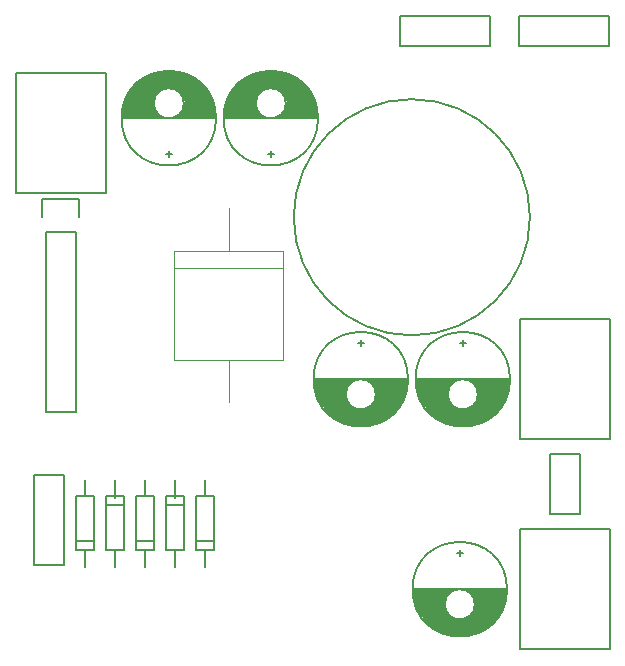
<source format=gbr>
G04 #@! TF.GenerationSoftware,KiCad,Pcbnew,(5.0.0)*
G04 #@! TF.CreationDate,2018-10-20T16:06:51+08:00*
G04 #@! TF.ProjectId,PSU 4CH V1,505355203443482056312E6B69636164,rev?*
G04 #@! TF.SameCoordinates,Original*
G04 #@! TF.FileFunction,Legend,Top*
G04 #@! TF.FilePolarity,Positive*
%FSLAX46Y46*%
G04 Gerber Fmt 4.6, Leading zero omitted, Abs format (unit mm)*
G04 Created by KiCad (PCBNEW (5.0.0)) date 10/20/18 16:06:51*
%MOMM*%
%LPD*%
G01*
G04 APERTURE LIST*
%ADD10C,0.150000*%
%ADD11C,0.120000*%
G04 APERTURE END LIST*
D10*
G04 #@! TO.C,C9*
X117792000Y-94742000D02*
G75*
G03X117792000Y-94742000I-4000000J0D01*
G01*
X114490500Y-90868500D02*
X113220500Y-90868500D01*
X114808000Y-90932000D02*
X114490500Y-90868500D01*
X112712500Y-90932000D02*
X114808000Y-90932000D01*
X112331500Y-91059000D02*
X112712500Y-90932000D01*
X115125500Y-91059000D02*
X112331500Y-91059000D01*
X115506500Y-91186000D02*
X115125500Y-91059000D01*
X112141000Y-91186000D02*
X115506500Y-91186000D01*
X111887000Y-91313000D02*
X112141000Y-91186000D01*
X115697000Y-91313000D02*
X111887000Y-91313000D01*
X115887500Y-91440000D02*
X115697000Y-91313000D01*
X111633000Y-91440000D02*
X115887500Y-91440000D01*
X111379000Y-91567000D02*
X111633000Y-91440000D01*
X116141500Y-91567000D02*
X111379000Y-91567000D01*
X116268500Y-91694000D02*
X116141500Y-91567000D01*
X111315500Y-91694000D02*
X116268500Y-91694000D01*
X111188500Y-91821000D02*
X111315500Y-91694000D01*
X116395500Y-91821000D02*
X111188500Y-91821000D01*
X116522500Y-91948000D02*
X116395500Y-91821000D01*
X110998000Y-91948000D02*
X116522500Y-91948000D01*
X110934500Y-92075000D02*
X110998000Y-91948000D01*
X116649500Y-92075000D02*
X110934500Y-92075000D01*
X116840000Y-92202000D02*
X116649500Y-92075000D01*
X110744000Y-92202000D02*
X116840000Y-92202000D01*
X110617000Y-92329000D02*
X110744000Y-92202000D01*
X117729000Y-94742000D02*
X117729000Y-94615000D01*
X109791500Y-94742000D02*
X117729000Y-94742000D01*
X115062000Y-93472000D02*
G75*
G03X115062000Y-93472000I-1270000J0D01*
G01*
X116014500Y-91567000D02*
X115951000Y-91503500D01*
X116649500Y-92075000D02*
X116522500Y-91948000D01*
X114998500Y-90995500D02*
X114808000Y-90995500D01*
X111823500Y-91376500D02*
X111760000Y-91567000D01*
X111887000Y-91249500D02*
X111823500Y-91376500D01*
X110807500Y-92202000D02*
X111188500Y-91821000D01*
X113157000Y-92329000D02*
X110680500Y-92329000D01*
X112966500Y-92456000D02*
X113157000Y-92329000D01*
X110553500Y-92456000D02*
X112966500Y-92456000D01*
X110490000Y-92583000D02*
X110553500Y-92456000D01*
X112839500Y-92583000D02*
X110490000Y-92583000D01*
X112776000Y-92710000D02*
X112839500Y-92583000D01*
X110363000Y-92710000D02*
X112776000Y-92710000D01*
X110299500Y-92837000D02*
X110363000Y-92710000D01*
X112649000Y-92837000D02*
X110299500Y-92837000D01*
X112585500Y-92964000D02*
X112649000Y-92837000D01*
X110236000Y-92964000D02*
X112585500Y-92964000D01*
X110172500Y-93091000D02*
X110236000Y-92964000D01*
X112522000Y-93091000D02*
X110172500Y-93091000D01*
X112522000Y-93218000D02*
X112522000Y-93091000D01*
X110109000Y-93218000D02*
X112522000Y-93218000D01*
X110045500Y-93345000D02*
X110109000Y-93218000D01*
X112522000Y-93345000D02*
X110045500Y-93345000D01*
X112522000Y-93472000D02*
X112522000Y-93345000D01*
X110045500Y-93472000D02*
X112522000Y-93472000D01*
X109982000Y-93599000D02*
X110045500Y-93472000D01*
X112522000Y-93599000D02*
X109982000Y-93599000D01*
X112522000Y-93726000D02*
X112522000Y-93599000D01*
X109982000Y-93726000D02*
X112522000Y-93726000D01*
X109982000Y-93853000D02*
X109982000Y-93726000D01*
X112522000Y-93853000D02*
X109982000Y-93853000D01*
X112585500Y-93980000D02*
X112522000Y-93853000D01*
X109918500Y-93980000D02*
X112585500Y-93980000D01*
X109855000Y-94107000D02*
X109918500Y-93980000D01*
X112585500Y-94107000D02*
X109855000Y-94107000D01*
X112712500Y-94234000D02*
X112585500Y-94107000D01*
X109918500Y-94234000D02*
X112712500Y-94234000D01*
X109855000Y-94361000D02*
X109918500Y-94234000D01*
X112839500Y-94361000D02*
X109855000Y-94361000D01*
X112966500Y-94488000D02*
X112839500Y-94361000D01*
X109855000Y-94488000D02*
X112966500Y-94488000D01*
X114427000Y-92329000D02*
X116903500Y-92329000D01*
X114617500Y-92456000D02*
X114427000Y-92329000D01*
X116967000Y-92456000D02*
X114617500Y-92456000D01*
X117157500Y-92583000D02*
X116967000Y-92456000D01*
X114744500Y-92583000D02*
X117157500Y-92583000D01*
X114808000Y-92710000D02*
X114744500Y-92583000D01*
X117157500Y-92710000D02*
X114808000Y-92710000D01*
X117284500Y-92837000D02*
X117157500Y-92710000D01*
X114935000Y-92837000D02*
X117284500Y-92837000D01*
X114998500Y-92964000D02*
X114935000Y-92837000D01*
X117284500Y-92964000D02*
X114998500Y-92964000D01*
X117411500Y-93091000D02*
X117284500Y-92964000D01*
X114998500Y-93091000D02*
X117411500Y-93091000D01*
X115062000Y-93218000D02*
X114998500Y-93091000D01*
X117411500Y-93218000D02*
X115062000Y-93218000D01*
X117475000Y-93345000D02*
X117411500Y-93218000D01*
X115125500Y-93345000D02*
X117475000Y-93345000D01*
X115125500Y-93472000D02*
X115125500Y-93345000D01*
X117538500Y-93472000D02*
X115125500Y-93472000D01*
X117602000Y-93599000D02*
X117538500Y-93472000D01*
X115062000Y-93599000D02*
X117602000Y-93599000D01*
X115062000Y-93726000D02*
X115062000Y-93599000D01*
X117602000Y-93726000D02*
X115062000Y-93726000D01*
X117602000Y-93853000D02*
X117602000Y-93726000D01*
X115062000Y-93853000D02*
X117602000Y-93853000D01*
X114998500Y-93980000D02*
X115062000Y-93853000D01*
X117665500Y-93980000D02*
X114998500Y-93980000D01*
X117729000Y-94107000D02*
X117665500Y-93980000D01*
X114935000Y-94107000D02*
X117729000Y-94107000D01*
X114871500Y-94234000D02*
X114935000Y-94107000D01*
X117729000Y-94234000D02*
X114871500Y-94234000D01*
X117729000Y-94361000D02*
X117729000Y-94234000D01*
X114744500Y-94361000D02*
X117729000Y-94361000D01*
X114617500Y-94488000D02*
X114744500Y-94361000D01*
X117729000Y-94488000D02*
X114617500Y-94488000D01*
X117729000Y-94615000D02*
X114427000Y-94615000D01*
X113093500Y-94615000D02*
X109918500Y-94615000D01*
X113220500Y-94742000D02*
X113093500Y-94615000D01*
X113792000Y-97536000D02*
X113792000Y-98044000D01*
X113538000Y-97790000D02*
X114046000Y-97790000D01*
G04 #@! TO.C,C10*
X122174000Y-97790000D02*
X122682000Y-97790000D01*
X122428000Y-97536000D02*
X122428000Y-98044000D01*
X121856500Y-94742000D02*
X121729500Y-94615000D01*
X121729500Y-94615000D02*
X118554500Y-94615000D01*
X126365000Y-94615000D02*
X123063000Y-94615000D01*
X126365000Y-94488000D02*
X123253500Y-94488000D01*
X123253500Y-94488000D02*
X123380500Y-94361000D01*
X123380500Y-94361000D02*
X126365000Y-94361000D01*
X126365000Y-94361000D02*
X126365000Y-94234000D01*
X126365000Y-94234000D02*
X123507500Y-94234000D01*
X123507500Y-94234000D02*
X123571000Y-94107000D01*
X123571000Y-94107000D02*
X126365000Y-94107000D01*
X126365000Y-94107000D02*
X126301500Y-93980000D01*
X126301500Y-93980000D02*
X123634500Y-93980000D01*
X123634500Y-93980000D02*
X123698000Y-93853000D01*
X123698000Y-93853000D02*
X126238000Y-93853000D01*
X126238000Y-93853000D02*
X126238000Y-93726000D01*
X126238000Y-93726000D02*
X123698000Y-93726000D01*
X123698000Y-93726000D02*
X123698000Y-93599000D01*
X123698000Y-93599000D02*
X126238000Y-93599000D01*
X126238000Y-93599000D02*
X126174500Y-93472000D01*
X126174500Y-93472000D02*
X123761500Y-93472000D01*
X123761500Y-93472000D02*
X123761500Y-93345000D01*
X123761500Y-93345000D02*
X126111000Y-93345000D01*
X126111000Y-93345000D02*
X126047500Y-93218000D01*
X126047500Y-93218000D02*
X123698000Y-93218000D01*
X123698000Y-93218000D02*
X123634500Y-93091000D01*
X123634500Y-93091000D02*
X126047500Y-93091000D01*
X126047500Y-93091000D02*
X125920500Y-92964000D01*
X125920500Y-92964000D02*
X123634500Y-92964000D01*
X123634500Y-92964000D02*
X123571000Y-92837000D01*
X123571000Y-92837000D02*
X125920500Y-92837000D01*
X125920500Y-92837000D02*
X125793500Y-92710000D01*
X125793500Y-92710000D02*
X123444000Y-92710000D01*
X123444000Y-92710000D02*
X123380500Y-92583000D01*
X123380500Y-92583000D02*
X125793500Y-92583000D01*
X125793500Y-92583000D02*
X125603000Y-92456000D01*
X125603000Y-92456000D02*
X123253500Y-92456000D01*
X123253500Y-92456000D02*
X123063000Y-92329000D01*
X123063000Y-92329000D02*
X125539500Y-92329000D01*
X118491000Y-94488000D02*
X121602500Y-94488000D01*
X121602500Y-94488000D02*
X121475500Y-94361000D01*
X121475500Y-94361000D02*
X118491000Y-94361000D01*
X118491000Y-94361000D02*
X118554500Y-94234000D01*
X118554500Y-94234000D02*
X121348500Y-94234000D01*
X121348500Y-94234000D02*
X121221500Y-94107000D01*
X121221500Y-94107000D02*
X118491000Y-94107000D01*
X118491000Y-94107000D02*
X118554500Y-93980000D01*
X118554500Y-93980000D02*
X121221500Y-93980000D01*
X121221500Y-93980000D02*
X121158000Y-93853000D01*
X121158000Y-93853000D02*
X118618000Y-93853000D01*
X118618000Y-93853000D02*
X118618000Y-93726000D01*
X118618000Y-93726000D02*
X121158000Y-93726000D01*
X121158000Y-93726000D02*
X121158000Y-93599000D01*
X121158000Y-93599000D02*
X118618000Y-93599000D01*
X118618000Y-93599000D02*
X118681500Y-93472000D01*
X118681500Y-93472000D02*
X121158000Y-93472000D01*
X121158000Y-93472000D02*
X121158000Y-93345000D01*
X121158000Y-93345000D02*
X118681500Y-93345000D01*
X118681500Y-93345000D02*
X118745000Y-93218000D01*
X118745000Y-93218000D02*
X121158000Y-93218000D01*
X121158000Y-93218000D02*
X121158000Y-93091000D01*
X121158000Y-93091000D02*
X118808500Y-93091000D01*
X118808500Y-93091000D02*
X118872000Y-92964000D01*
X118872000Y-92964000D02*
X121221500Y-92964000D01*
X121221500Y-92964000D02*
X121285000Y-92837000D01*
X121285000Y-92837000D02*
X118935500Y-92837000D01*
X118935500Y-92837000D02*
X118999000Y-92710000D01*
X118999000Y-92710000D02*
X121412000Y-92710000D01*
X121412000Y-92710000D02*
X121475500Y-92583000D01*
X121475500Y-92583000D02*
X119126000Y-92583000D01*
X119126000Y-92583000D02*
X119189500Y-92456000D01*
X119189500Y-92456000D02*
X121602500Y-92456000D01*
X121602500Y-92456000D02*
X121793000Y-92329000D01*
X121793000Y-92329000D02*
X119316500Y-92329000D01*
X119443500Y-92202000D02*
X119824500Y-91821000D01*
X120523000Y-91249500D02*
X120459500Y-91376500D01*
X120459500Y-91376500D02*
X120396000Y-91567000D01*
X123634500Y-90995500D02*
X123444000Y-90995500D01*
X125285500Y-92075000D02*
X125158500Y-91948000D01*
X124650500Y-91567000D02*
X124587000Y-91503500D01*
X123698000Y-93472000D02*
G75*
G03X123698000Y-93472000I-1270000J0D01*
G01*
X118427500Y-94742000D02*
X126365000Y-94742000D01*
X126365000Y-94742000D02*
X126365000Y-94615000D01*
X119253000Y-92329000D02*
X119380000Y-92202000D01*
X119380000Y-92202000D02*
X125476000Y-92202000D01*
X125476000Y-92202000D02*
X125285500Y-92075000D01*
X125285500Y-92075000D02*
X119570500Y-92075000D01*
X119570500Y-92075000D02*
X119634000Y-91948000D01*
X119634000Y-91948000D02*
X125158500Y-91948000D01*
X125158500Y-91948000D02*
X125031500Y-91821000D01*
X125031500Y-91821000D02*
X119824500Y-91821000D01*
X119824500Y-91821000D02*
X119951500Y-91694000D01*
X119951500Y-91694000D02*
X124904500Y-91694000D01*
X124904500Y-91694000D02*
X124777500Y-91567000D01*
X124777500Y-91567000D02*
X120015000Y-91567000D01*
X120015000Y-91567000D02*
X120269000Y-91440000D01*
X120269000Y-91440000D02*
X124523500Y-91440000D01*
X124523500Y-91440000D02*
X124333000Y-91313000D01*
X124333000Y-91313000D02*
X120523000Y-91313000D01*
X120523000Y-91313000D02*
X120777000Y-91186000D01*
X120777000Y-91186000D02*
X124142500Y-91186000D01*
X124142500Y-91186000D02*
X123761500Y-91059000D01*
X123761500Y-91059000D02*
X120967500Y-91059000D01*
X120967500Y-91059000D02*
X121348500Y-90932000D01*
X121348500Y-90932000D02*
X123444000Y-90932000D01*
X123444000Y-90932000D02*
X123126500Y-90868500D01*
X123126500Y-90868500D02*
X121856500Y-90868500D01*
X126428000Y-94742000D02*
G75*
G03X126428000Y-94742000I-4000000J0D01*
G01*
G04 #@! TO.C,C12*
X142684000Y-116840000D02*
G75*
G03X142684000Y-116840000I-4000000J0D01*
G01*
X137985500Y-120713500D02*
X139255500Y-120713500D01*
X137668000Y-120650000D02*
X137985500Y-120713500D01*
X139763500Y-120650000D02*
X137668000Y-120650000D01*
X140144500Y-120523000D02*
X139763500Y-120650000D01*
X137350500Y-120523000D02*
X140144500Y-120523000D01*
X136969500Y-120396000D02*
X137350500Y-120523000D01*
X140335000Y-120396000D02*
X136969500Y-120396000D01*
X140589000Y-120269000D02*
X140335000Y-120396000D01*
X136779000Y-120269000D02*
X140589000Y-120269000D01*
X136588500Y-120142000D02*
X136779000Y-120269000D01*
X140843000Y-120142000D02*
X136588500Y-120142000D01*
X141097000Y-120015000D02*
X140843000Y-120142000D01*
X136334500Y-120015000D02*
X141097000Y-120015000D01*
X136207500Y-119888000D02*
X136334500Y-120015000D01*
X141160500Y-119888000D02*
X136207500Y-119888000D01*
X141287500Y-119761000D02*
X141160500Y-119888000D01*
X136080500Y-119761000D02*
X141287500Y-119761000D01*
X135953500Y-119634000D02*
X136080500Y-119761000D01*
X141478000Y-119634000D02*
X135953500Y-119634000D01*
X141541500Y-119507000D02*
X141478000Y-119634000D01*
X135826500Y-119507000D02*
X141541500Y-119507000D01*
X135636000Y-119380000D02*
X135826500Y-119507000D01*
X141732000Y-119380000D02*
X135636000Y-119380000D01*
X141859000Y-119253000D02*
X141732000Y-119380000D01*
X134747000Y-116840000D02*
X134747000Y-116967000D01*
X142684500Y-116840000D02*
X134747000Y-116840000D01*
X139954000Y-118110000D02*
G75*
G03X139954000Y-118110000I-1270000J0D01*
G01*
X136461500Y-120015000D02*
X136525000Y-120078500D01*
X135826500Y-119507000D02*
X135953500Y-119634000D01*
X137477500Y-120586500D02*
X137668000Y-120586500D01*
X140652500Y-120205500D02*
X140716000Y-120015000D01*
X140589000Y-120332500D02*
X140652500Y-120205500D01*
X141668500Y-119380000D02*
X141287500Y-119761000D01*
X139319000Y-119253000D02*
X141795500Y-119253000D01*
X139509500Y-119126000D02*
X139319000Y-119253000D01*
X141922500Y-119126000D02*
X139509500Y-119126000D01*
X141986000Y-118999000D02*
X141922500Y-119126000D01*
X139636500Y-118999000D02*
X141986000Y-118999000D01*
X139700000Y-118872000D02*
X139636500Y-118999000D01*
X142113000Y-118872000D02*
X139700000Y-118872000D01*
X142176500Y-118745000D02*
X142113000Y-118872000D01*
X139827000Y-118745000D02*
X142176500Y-118745000D01*
X139890500Y-118618000D02*
X139827000Y-118745000D01*
X142240000Y-118618000D02*
X139890500Y-118618000D01*
X142303500Y-118491000D02*
X142240000Y-118618000D01*
X139954000Y-118491000D02*
X142303500Y-118491000D01*
X139954000Y-118364000D02*
X139954000Y-118491000D01*
X142367000Y-118364000D02*
X139954000Y-118364000D01*
X142430500Y-118237000D02*
X142367000Y-118364000D01*
X139954000Y-118237000D02*
X142430500Y-118237000D01*
X139954000Y-118110000D02*
X139954000Y-118237000D01*
X142430500Y-118110000D02*
X139954000Y-118110000D01*
X142494000Y-117983000D02*
X142430500Y-118110000D01*
X139954000Y-117983000D02*
X142494000Y-117983000D01*
X139954000Y-117856000D02*
X139954000Y-117983000D01*
X142494000Y-117856000D02*
X139954000Y-117856000D01*
X142494000Y-117729000D02*
X142494000Y-117856000D01*
X139954000Y-117729000D02*
X142494000Y-117729000D01*
X139890500Y-117602000D02*
X139954000Y-117729000D01*
X142557500Y-117602000D02*
X139890500Y-117602000D01*
X142621000Y-117475000D02*
X142557500Y-117602000D01*
X139890500Y-117475000D02*
X142621000Y-117475000D01*
X139763500Y-117348000D02*
X139890500Y-117475000D01*
X142557500Y-117348000D02*
X139763500Y-117348000D01*
X142621000Y-117221000D02*
X142557500Y-117348000D01*
X139636500Y-117221000D02*
X142621000Y-117221000D01*
X139509500Y-117094000D02*
X139636500Y-117221000D01*
X142621000Y-117094000D02*
X139509500Y-117094000D01*
X138049000Y-119253000D02*
X135572500Y-119253000D01*
X137858500Y-119126000D02*
X138049000Y-119253000D01*
X135509000Y-119126000D02*
X137858500Y-119126000D01*
X135318500Y-118999000D02*
X135509000Y-119126000D01*
X137731500Y-118999000D02*
X135318500Y-118999000D01*
X137668000Y-118872000D02*
X137731500Y-118999000D01*
X135318500Y-118872000D02*
X137668000Y-118872000D01*
X135191500Y-118745000D02*
X135318500Y-118872000D01*
X137541000Y-118745000D02*
X135191500Y-118745000D01*
X137477500Y-118618000D02*
X137541000Y-118745000D01*
X135191500Y-118618000D02*
X137477500Y-118618000D01*
X135064500Y-118491000D02*
X135191500Y-118618000D01*
X137477500Y-118491000D02*
X135064500Y-118491000D01*
X137414000Y-118364000D02*
X137477500Y-118491000D01*
X135064500Y-118364000D02*
X137414000Y-118364000D01*
X135001000Y-118237000D02*
X135064500Y-118364000D01*
X137350500Y-118237000D02*
X135001000Y-118237000D01*
X137350500Y-118110000D02*
X137350500Y-118237000D01*
X134937500Y-118110000D02*
X137350500Y-118110000D01*
X134874000Y-117983000D02*
X134937500Y-118110000D01*
X137414000Y-117983000D02*
X134874000Y-117983000D01*
X137414000Y-117856000D02*
X137414000Y-117983000D01*
X134874000Y-117856000D02*
X137414000Y-117856000D01*
X134874000Y-117729000D02*
X134874000Y-117856000D01*
X137414000Y-117729000D02*
X134874000Y-117729000D01*
X137477500Y-117602000D02*
X137414000Y-117729000D01*
X134810500Y-117602000D02*
X137477500Y-117602000D01*
X134747000Y-117475000D02*
X134810500Y-117602000D01*
X137541000Y-117475000D02*
X134747000Y-117475000D01*
X137604500Y-117348000D02*
X137541000Y-117475000D01*
X134747000Y-117348000D02*
X137604500Y-117348000D01*
X134747000Y-117221000D02*
X134747000Y-117348000D01*
X137731500Y-117221000D02*
X134747000Y-117221000D01*
X137858500Y-117094000D02*
X137731500Y-117221000D01*
X134747000Y-117094000D02*
X137858500Y-117094000D01*
X134747000Y-116967000D02*
X138049000Y-116967000D01*
X139382500Y-116967000D02*
X142557500Y-116967000D01*
X139255500Y-116840000D02*
X139382500Y-116967000D01*
X138684000Y-114046000D02*
X138684000Y-113538000D01*
X138938000Y-113792000D02*
X138430000Y-113792000D01*
G04 #@! TO.C,C13*
X134048000Y-116840000D02*
G75*
G03X134048000Y-116840000I-4000000J0D01*
G01*
X129349500Y-120713500D02*
X130619500Y-120713500D01*
X129032000Y-120650000D02*
X129349500Y-120713500D01*
X131127500Y-120650000D02*
X129032000Y-120650000D01*
X131508500Y-120523000D02*
X131127500Y-120650000D01*
X128714500Y-120523000D02*
X131508500Y-120523000D01*
X128333500Y-120396000D02*
X128714500Y-120523000D01*
X131699000Y-120396000D02*
X128333500Y-120396000D01*
X131953000Y-120269000D02*
X131699000Y-120396000D01*
X128143000Y-120269000D02*
X131953000Y-120269000D01*
X127952500Y-120142000D02*
X128143000Y-120269000D01*
X132207000Y-120142000D02*
X127952500Y-120142000D01*
X132461000Y-120015000D02*
X132207000Y-120142000D01*
X127698500Y-120015000D02*
X132461000Y-120015000D01*
X127571500Y-119888000D02*
X127698500Y-120015000D01*
X132524500Y-119888000D02*
X127571500Y-119888000D01*
X132651500Y-119761000D02*
X132524500Y-119888000D01*
X127444500Y-119761000D02*
X132651500Y-119761000D01*
X127317500Y-119634000D02*
X127444500Y-119761000D01*
X132842000Y-119634000D02*
X127317500Y-119634000D01*
X132905500Y-119507000D02*
X132842000Y-119634000D01*
X127190500Y-119507000D02*
X132905500Y-119507000D01*
X127000000Y-119380000D02*
X127190500Y-119507000D01*
X133096000Y-119380000D02*
X127000000Y-119380000D01*
X133223000Y-119253000D02*
X133096000Y-119380000D01*
X126111000Y-116840000D02*
X126111000Y-116967000D01*
X134048500Y-116840000D02*
X126111000Y-116840000D01*
X131318000Y-118110000D02*
G75*
G03X131318000Y-118110000I-1270000J0D01*
G01*
X127825500Y-120015000D02*
X127889000Y-120078500D01*
X127190500Y-119507000D02*
X127317500Y-119634000D01*
X128841500Y-120586500D02*
X129032000Y-120586500D01*
X132016500Y-120205500D02*
X132080000Y-120015000D01*
X131953000Y-120332500D02*
X132016500Y-120205500D01*
X133032500Y-119380000D02*
X132651500Y-119761000D01*
X130683000Y-119253000D02*
X133159500Y-119253000D01*
X130873500Y-119126000D02*
X130683000Y-119253000D01*
X133286500Y-119126000D02*
X130873500Y-119126000D01*
X133350000Y-118999000D02*
X133286500Y-119126000D01*
X131000500Y-118999000D02*
X133350000Y-118999000D01*
X131064000Y-118872000D02*
X131000500Y-118999000D01*
X133477000Y-118872000D02*
X131064000Y-118872000D01*
X133540500Y-118745000D02*
X133477000Y-118872000D01*
X131191000Y-118745000D02*
X133540500Y-118745000D01*
X131254500Y-118618000D02*
X131191000Y-118745000D01*
X133604000Y-118618000D02*
X131254500Y-118618000D01*
X133667500Y-118491000D02*
X133604000Y-118618000D01*
X131318000Y-118491000D02*
X133667500Y-118491000D01*
X131318000Y-118364000D02*
X131318000Y-118491000D01*
X133731000Y-118364000D02*
X131318000Y-118364000D01*
X133794500Y-118237000D02*
X133731000Y-118364000D01*
X131318000Y-118237000D02*
X133794500Y-118237000D01*
X131318000Y-118110000D02*
X131318000Y-118237000D01*
X133794500Y-118110000D02*
X131318000Y-118110000D01*
X133858000Y-117983000D02*
X133794500Y-118110000D01*
X131318000Y-117983000D02*
X133858000Y-117983000D01*
X131318000Y-117856000D02*
X131318000Y-117983000D01*
X133858000Y-117856000D02*
X131318000Y-117856000D01*
X133858000Y-117729000D02*
X133858000Y-117856000D01*
X131318000Y-117729000D02*
X133858000Y-117729000D01*
X131254500Y-117602000D02*
X131318000Y-117729000D01*
X133921500Y-117602000D02*
X131254500Y-117602000D01*
X133985000Y-117475000D02*
X133921500Y-117602000D01*
X131254500Y-117475000D02*
X133985000Y-117475000D01*
X131127500Y-117348000D02*
X131254500Y-117475000D01*
X133921500Y-117348000D02*
X131127500Y-117348000D01*
X133985000Y-117221000D02*
X133921500Y-117348000D01*
X131000500Y-117221000D02*
X133985000Y-117221000D01*
X130873500Y-117094000D02*
X131000500Y-117221000D01*
X133985000Y-117094000D02*
X130873500Y-117094000D01*
X129413000Y-119253000D02*
X126936500Y-119253000D01*
X129222500Y-119126000D02*
X129413000Y-119253000D01*
X126873000Y-119126000D02*
X129222500Y-119126000D01*
X126682500Y-118999000D02*
X126873000Y-119126000D01*
X129095500Y-118999000D02*
X126682500Y-118999000D01*
X129032000Y-118872000D02*
X129095500Y-118999000D01*
X126682500Y-118872000D02*
X129032000Y-118872000D01*
X126555500Y-118745000D02*
X126682500Y-118872000D01*
X128905000Y-118745000D02*
X126555500Y-118745000D01*
X128841500Y-118618000D02*
X128905000Y-118745000D01*
X126555500Y-118618000D02*
X128841500Y-118618000D01*
X126428500Y-118491000D02*
X126555500Y-118618000D01*
X128841500Y-118491000D02*
X126428500Y-118491000D01*
X128778000Y-118364000D02*
X128841500Y-118491000D01*
X126428500Y-118364000D02*
X128778000Y-118364000D01*
X126365000Y-118237000D02*
X126428500Y-118364000D01*
X128714500Y-118237000D02*
X126365000Y-118237000D01*
X128714500Y-118110000D02*
X128714500Y-118237000D01*
X126301500Y-118110000D02*
X128714500Y-118110000D01*
X126238000Y-117983000D02*
X126301500Y-118110000D01*
X128778000Y-117983000D02*
X126238000Y-117983000D01*
X128778000Y-117856000D02*
X128778000Y-117983000D01*
X126238000Y-117856000D02*
X128778000Y-117856000D01*
X126238000Y-117729000D02*
X126238000Y-117856000D01*
X128778000Y-117729000D02*
X126238000Y-117729000D01*
X128841500Y-117602000D02*
X128778000Y-117729000D01*
X126174500Y-117602000D02*
X128841500Y-117602000D01*
X126111000Y-117475000D02*
X126174500Y-117602000D01*
X128905000Y-117475000D02*
X126111000Y-117475000D01*
X128968500Y-117348000D02*
X128905000Y-117475000D01*
X126111000Y-117348000D02*
X128968500Y-117348000D01*
X126111000Y-117221000D02*
X126111000Y-117348000D01*
X129095500Y-117221000D02*
X126111000Y-117221000D01*
X129222500Y-117094000D02*
X129095500Y-117221000D01*
X126111000Y-117094000D02*
X129222500Y-117094000D01*
X126111000Y-116967000D02*
X129413000Y-116967000D01*
X130746500Y-116967000D02*
X133921500Y-116967000D01*
X130619500Y-116840000D02*
X130746500Y-116967000D01*
X130048000Y-114046000D02*
X130048000Y-113538000D01*
X130302000Y-113792000D02*
X129794000Y-113792000D01*
G04 #@! TO.C,C15*
X138684000Y-131572000D02*
X138176000Y-131572000D01*
X138430000Y-131826000D02*
X138430000Y-131318000D01*
X139001500Y-134620000D02*
X139128500Y-134747000D01*
X139128500Y-134747000D02*
X142303500Y-134747000D01*
X134493000Y-134747000D02*
X137795000Y-134747000D01*
X134493000Y-134874000D02*
X137604500Y-134874000D01*
X137604500Y-134874000D02*
X137477500Y-135001000D01*
X137477500Y-135001000D02*
X134493000Y-135001000D01*
X134493000Y-135001000D02*
X134493000Y-135128000D01*
X134493000Y-135128000D02*
X137350500Y-135128000D01*
X137350500Y-135128000D02*
X137287000Y-135255000D01*
X137287000Y-135255000D02*
X134493000Y-135255000D01*
X134493000Y-135255000D02*
X134556500Y-135382000D01*
X134556500Y-135382000D02*
X137223500Y-135382000D01*
X137223500Y-135382000D02*
X137160000Y-135509000D01*
X137160000Y-135509000D02*
X134620000Y-135509000D01*
X134620000Y-135509000D02*
X134620000Y-135636000D01*
X134620000Y-135636000D02*
X137160000Y-135636000D01*
X137160000Y-135636000D02*
X137160000Y-135763000D01*
X137160000Y-135763000D02*
X134620000Y-135763000D01*
X134620000Y-135763000D02*
X134683500Y-135890000D01*
X134683500Y-135890000D02*
X137096500Y-135890000D01*
X137096500Y-135890000D02*
X137096500Y-136017000D01*
X137096500Y-136017000D02*
X134747000Y-136017000D01*
X134747000Y-136017000D02*
X134810500Y-136144000D01*
X134810500Y-136144000D02*
X137160000Y-136144000D01*
X137160000Y-136144000D02*
X137223500Y-136271000D01*
X137223500Y-136271000D02*
X134810500Y-136271000D01*
X134810500Y-136271000D02*
X134937500Y-136398000D01*
X134937500Y-136398000D02*
X137223500Y-136398000D01*
X137223500Y-136398000D02*
X137287000Y-136525000D01*
X137287000Y-136525000D02*
X134937500Y-136525000D01*
X134937500Y-136525000D02*
X135064500Y-136652000D01*
X135064500Y-136652000D02*
X137414000Y-136652000D01*
X137414000Y-136652000D02*
X137477500Y-136779000D01*
X137477500Y-136779000D02*
X135064500Y-136779000D01*
X135064500Y-136779000D02*
X135255000Y-136906000D01*
X135255000Y-136906000D02*
X137604500Y-136906000D01*
X137604500Y-136906000D02*
X137795000Y-137033000D01*
X137795000Y-137033000D02*
X135318500Y-137033000D01*
X142367000Y-134874000D02*
X139255500Y-134874000D01*
X139255500Y-134874000D02*
X139382500Y-135001000D01*
X139382500Y-135001000D02*
X142367000Y-135001000D01*
X142367000Y-135001000D02*
X142303500Y-135128000D01*
X142303500Y-135128000D02*
X139509500Y-135128000D01*
X139509500Y-135128000D02*
X139636500Y-135255000D01*
X139636500Y-135255000D02*
X142367000Y-135255000D01*
X142367000Y-135255000D02*
X142303500Y-135382000D01*
X142303500Y-135382000D02*
X139636500Y-135382000D01*
X139636500Y-135382000D02*
X139700000Y-135509000D01*
X139700000Y-135509000D02*
X142240000Y-135509000D01*
X142240000Y-135509000D02*
X142240000Y-135636000D01*
X142240000Y-135636000D02*
X139700000Y-135636000D01*
X139700000Y-135636000D02*
X139700000Y-135763000D01*
X139700000Y-135763000D02*
X142240000Y-135763000D01*
X142240000Y-135763000D02*
X142176500Y-135890000D01*
X142176500Y-135890000D02*
X139700000Y-135890000D01*
X139700000Y-135890000D02*
X139700000Y-136017000D01*
X139700000Y-136017000D02*
X142176500Y-136017000D01*
X142176500Y-136017000D02*
X142113000Y-136144000D01*
X142113000Y-136144000D02*
X139700000Y-136144000D01*
X139700000Y-136144000D02*
X139700000Y-136271000D01*
X139700000Y-136271000D02*
X142049500Y-136271000D01*
X142049500Y-136271000D02*
X141986000Y-136398000D01*
X141986000Y-136398000D02*
X139636500Y-136398000D01*
X139636500Y-136398000D02*
X139573000Y-136525000D01*
X139573000Y-136525000D02*
X141922500Y-136525000D01*
X141922500Y-136525000D02*
X141859000Y-136652000D01*
X141859000Y-136652000D02*
X139446000Y-136652000D01*
X139446000Y-136652000D02*
X139382500Y-136779000D01*
X139382500Y-136779000D02*
X141732000Y-136779000D01*
X141732000Y-136779000D02*
X141668500Y-136906000D01*
X141668500Y-136906000D02*
X139255500Y-136906000D01*
X139255500Y-136906000D02*
X139065000Y-137033000D01*
X139065000Y-137033000D02*
X141541500Y-137033000D01*
X141414500Y-137160000D02*
X141033500Y-137541000D01*
X140335000Y-138112500D02*
X140398500Y-137985500D01*
X140398500Y-137985500D02*
X140462000Y-137795000D01*
X137223500Y-138366500D02*
X137414000Y-138366500D01*
X135572500Y-137287000D02*
X135699500Y-137414000D01*
X136207500Y-137795000D02*
X136271000Y-137858500D01*
X139700000Y-135890000D02*
G75*
G03X139700000Y-135890000I-1270000J0D01*
G01*
X142430500Y-134620000D02*
X134493000Y-134620000D01*
X134493000Y-134620000D02*
X134493000Y-134747000D01*
X141605000Y-137033000D02*
X141478000Y-137160000D01*
X141478000Y-137160000D02*
X135382000Y-137160000D01*
X135382000Y-137160000D02*
X135572500Y-137287000D01*
X135572500Y-137287000D02*
X141287500Y-137287000D01*
X141287500Y-137287000D02*
X141224000Y-137414000D01*
X141224000Y-137414000D02*
X135699500Y-137414000D01*
X135699500Y-137414000D02*
X135826500Y-137541000D01*
X135826500Y-137541000D02*
X141033500Y-137541000D01*
X141033500Y-137541000D02*
X140906500Y-137668000D01*
X140906500Y-137668000D02*
X135953500Y-137668000D01*
X135953500Y-137668000D02*
X136080500Y-137795000D01*
X136080500Y-137795000D02*
X140843000Y-137795000D01*
X140843000Y-137795000D02*
X140589000Y-137922000D01*
X140589000Y-137922000D02*
X136334500Y-137922000D01*
X136334500Y-137922000D02*
X136525000Y-138049000D01*
X136525000Y-138049000D02*
X140335000Y-138049000D01*
X140335000Y-138049000D02*
X140081000Y-138176000D01*
X140081000Y-138176000D02*
X136715500Y-138176000D01*
X136715500Y-138176000D02*
X137096500Y-138303000D01*
X137096500Y-138303000D02*
X139890500Y-138303000D01*
X139890500Y-138303000D02*
X139509500Y-138430000D01*
X139509500Y-138430000D02*
X137414000Y-138430000D01*
X137414000Y-138430000D02*
X137731500Y-138493500D01*
X137731500Y-138493500D02*
X139001500Y-138493500D01*
X142430000Y-134620000D02*
G75*
G03X142430000Y-134620000I-4000000J0D01*
G01*
G04 #@! TO.C,D1*
X105915460Y-131317480D02*
X106677460Y-131317480D01*
X105915460Y-126745480D02*
X105915460Y-131317480D01*
X107439460Y-126745480D02*
X105915460Y-126745480D01*
X107439460Y-131317480D02*
X107439460Y-126745480D01*
X106677460Y-131317480D02*
X107439460Y-131317480D01*
X105915460Y-130555480D02*
X107439460Y-130555480D01*
X106677460Y-131190480D02*
X106677460Y-132714480D01*
X106677460Y-126745480D02*
X106677460Y-125348480D01*
G04 #@! TO.C,D2*
X109984540Y-126746520D02*
X109222540Y-126746520D01*
X109984540Y-131318520D02*
X109984540Y-126746520D01*
X108460540Y-131318520D02*
X109984540Y-131318520D01*
X108460540Y-126746520D02*
X108460540Y-131318520D01*
X109222540Y-126746520D02*
X108460540Y-126746520D01*
X109984540Y-127508520D02*
X108460540Y-127508520D01*
X109222540Y-126873520D02*
X109222540Y-125349520D01*
X109222540Y-131318520D02*
X109222540Y-132715520D01*
G04 #@! TO.C,D3*
X111757460Y-126745480D02*
X111757460Y-125348480D01*
X111757460Y-131190480D02*
X111757460Y-132714480D01*
X110995460Y-130555480D02*
X112519460Y-130555480D01*
X111757460Y-131317480D02*
X112519460Y-131317480D01*
X112519460Y-131317480D02*
X112519460Y-126745480D01*
X112519460Y-126745480D02*
X110995460Y-126745480D01*
X110995460Y-126745480D02*
X110995460Y-131317480D01*
X110995460Y-131317480D02*
X111757460Y-131317480D01*
G04 #@! TO.C,D4*
X115064540Y-126746520D02*
X114302540Y-126746520D01*
X115064540Y-131318520D02*
X115064540Y-126746520D01*
X113540540Y-131318520D02*
X115064540Y-131318520D01*
X113540540Y-126746520D02*
X113540540Y-131318520D01*
X114302540Y-126746520D02*
X113540540Y-126746520D01*
X115064540Y-127508520D02*
X113540540Y-127508520D01*
X114302540Y-126873520D02*
X114302540Y-125349520D01*
X114302540Y-131318520D02*
X114302540Y-132715520D01*
G04 #@! TO.C,D5*
X116837460Y-126745480D02*
X116837460Y-125348480D01*
X116837460Y-131190480D02*
X116837460Y-132714480D01*
X116075460Y-130555480D02*
X117599460Y-130555480D01*
X116837460Y-131317480D02*
X117599460Y-131317480D01*
X117599460Y-131317480D02*
X117599460Y-126745480D01*
X117599460Y-126745480D02*
X116075460Y-126745480D01*
X116075460Y-126745480D02*
X116075460Y-131317480D01*
X116075460Y-131317480D02*
X116837460Y-131317480D01*
D11*
G04 #@! TO.C,D6*
X123482000Y-107399000D02*
X114262000Y-107399000D01*
X118872000Y-118804000D02*
X118872000Y-115194000D01*
X118872000Y-102364000D02*
X118872000Y-105974000D01*
X123482000Y-115194000D02*
X123482000Y-105974000D01*
X114262000Y-115194000D02*
X123482000Y-115194000D01*
X114262000Y-105974000D02*
X114262000Y-115194000D01*
X123482000Y-105974000D02*
X114262000Y-105974000D01*
D10*
G04 #@! TO.C,J2*
X151130000Y-139700000D02*
X151130000Y-129540000D01*
X143510000Y-139700000D02*
X151130000Y-139700000D01*
X143510000Y-129540000D02*
X143510000Y-139700000D01*
X151130000Y-129540000D02*
X143510000Y-129540000D01*
G04 #@! TO.C,J3*
X148590000Y-123190000D02*
X146050000Y-123190000D01*
X148590000Y-128270000D02*
X148590000Y-123190000D01*
X146050000Y-128270000D02*
X148590000Y-128270000D01*
X146050000Y-123190000D02*
X146050000Y-128270000D01*
G04 #@! TO.C,J4*
X151130000Y-111760000D02*
X143510000Y-111760000D01*
X143510000Y-111760000D02*
X143510000Y-121920000D01*
X143510000Y-121920000D02*
X151130000Y-121920000D01*
X151130000Y-121920000D02*
X151130000Y-111760000D01*
G04 #@! TO.C,J5*
X102362000Y-124968000D02*
X102362000Y-132588000D01*
X104902000Y-124968000D02*
X102362000Y-124968000D01*
X104902000Y-132588000D02*
X104902000Y-124968000D01*
X102362000Y-132588000D02*
X104902000Y-132588000D01*
G04 #@! TO.C,L1*
X144366000Y-103124000D02*
G75*
G03X144366000Y-103124000I-10000000J0D01*
G01*
G04 #@! TO.C,DAC1*
X143459200Y-86106000D02*
X143459200Y-88646000D01*
X143459200Y-88646000D02*
X151079200Y-88646000D01*
X151079200Y-88646000D02*
X151079200Y-86106000D01*
X151079200Y-86106000D02*
X143459200Y-86106000D01*
G04 #@! TO.C,DAC2*
X140970000Y-86106000D02*
X133350000Y-86106000D01*
X140970000Y-88646000D02*
X140970000Y-86106000D01*
X133350000Y-88646000D02*
X140970000Y-88646000D01*
X133350000Y-86106000D02*
X133350000Y-88646000D01*
G04 #@! TO.C,J1*
X103098000Y-101574000D02*
X106198000Y-101574000D01*
X103098000Y-103124000D02*
X103098000Y-101574000D01*
X105918000Y-104394000D02*
X103378000Y-104394000D01*
X106198000Y-101574000D02*
X106198000Y-103124000D01*
X103378000Y-117094000D02*
X103378000Y-104394000D01*
X105918000Y-104394000D02*
X105918000Y-117094000D01*
X103378000Y-117094000D02*
X103378000Y-119634000D01*
X103378000Y-119634000D02*
X105918000Y-119634000D01*
X105918000Y-119634000D02*
X105918000Y-117094000D01*
G04 #@! TO.C,J6*
X100838000Y-90932000D02*
X100838000Y-101092000D01*
X108458000Y-90932000D02*
X100838000Y-90932000D01*
X108458000Y-101092000D02*
X108458000Y-90932000D01*
X100838000Y-101092000D02*
X108458000Y-101092000D01*
G04 #@! TD*
M02*

</source>
